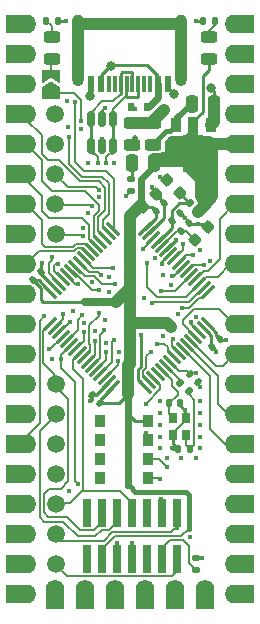
<source format=gtl>
G04 #@! TF.GenerationSoftware,KiCad,Pcbnew,6.0.1-79c1e3a40b~116~ubuntu20.04.1*
G04 #@! TF.CreationDate,2022-07-08T20:05:53+02:00*
G04 #@! TF.ProjectId,microcontroller_mini,6d696372-6f63-46f6-9e74-726f6c6c6572,rev?*
G04 #@! TF.SameCoordinates,Original*
G04 #@! TF.FileFunction,Copper,L1,Top*
G04 #@! TF.FilePolarity,Positive*
%FSLAX46Y46*%
G04 Gerber Fmt 4.6, Leading zero omitted, Abs format (unit mm)*
G04 Created by KiCad (PCBNEW 6.0.1-79c1e3a40b~116~ubuntu20.04.1) date 2022-07-08 20:05:53*
%MOMM*%
%LPD*%
G01*
G04 APERTURE LIST*
G04 Aperture macros list*
%AMRoundRect*
0 Rectangle with rounded corners*
0 $1 Rounding radius*
0 $2 $3 $4 $5 $6 $7 $8 $9 X,Y pos of 4 corners*
0 Add a 4 corners polygon primitive as box body*
4,1,4,$2,$3,$4,$5,$6,$7,$8,$9,$2,$3,0*
0 Add four circle primitives for the rounded corners*
1,1,$1+$1,$2,$3*
1,1,$1+$1,$4,$5*
1,1,$1+$1,$6,$7*
1,1,$1+$1,$8,$9*
0 Add four rect primitives between the rounded corners*
20,1,$1+$1,$2,$3,$4,$5,0*
20,1,$1+$1,$4,$5,$6,$7,0*
20,1,$1+$1,$6,$7,$8,$9,0*
20,1,$1+$1,$8,$9,$2,$3,0*%
%AMFreePoly0*
4,1,9,3.862500,-0.866500,0.737500,-0.866500,0.737500,-0.450000,-0.737500,-0.450000,-0.737500,0.450000,0.737500,0.450000,0.737500,0.866500,3.862500,0.866500,3.862500,-0.866500,3.862500,-0.866500,$1*%
%AMFreePoly1*
4,1,6,0.500000,-0.750000,-0.650000,-0.750000,-0.150000,0.000000,-0.650000,0.750000,0.500000,0.750000,0.500000,-0.750000,0.500000,-0.750000,$1*%
%AMFreePoly2*
4,1,6,1.000000,0.000000,0.500000,-0.750000,-0.500000,-0.750000,-0.500000,0.750000,0.500000,0.750000,1.000000,0.000000,1.000000,0.000000,$1*%
G04 Aperture macros list end*
G04 #@! TA.AperFunction,SMDPad,CuDef*
%ADD10R,0.600000X0.700000*%
G04 #@! TD*
G04 #@! TA.AperFunction,SMDPad,CuDef*
%ADD11RoundRect,0.135000X0.185000X-0.135000X0.185000X0.135000X-0.185000X0.135000X-0.185000X-0.135000X0*%
G04 #@! TD*
G04 #@! TA.AperFunction,SMDPad,CuDef*
%ADD12R,0.800000X0.900000*%
G04 #@! TD*
G04 #@! TA.AperFunction,SMDPad,CuDef*
%ADD13RoundRect,0.225000X0.335876X0.017678X0.017678X0.335876X-0.335876X-0.017678X-0.017678X-0.335876X0*%
G04 #@! TD*
G04 #@! TA.AperFunction,SMDPad,CuDef*
%ADD14RoundRect,0.135000X-0.226274X-0.035355X-0.035355X-0.226274X0.226274X0.035355X0.035355X0.226274X0*%
G04 #@! TD*
G04 #@! TA.AperFunction,ComponentPad*
%ADD15O,2.400000X1.600000*%
G04 #@! TD*
G04 #@! TA.AperFunction,ComponentPad*
%ADD16R,1.000000X1.600000*%
G04 #@! TD*
G04 #@! TA.AperFunction,ComponentPad*
%ADD17R,1.600000X1.000000*%
G04 #@! TD*
G04 #@! TA.AperFunction,ComponentPad*
%ADD18O,1.600000X2.400000*%
G04 #@! TD*
G04 #@! TA.AperFunction,SMDPad,CuDef*
%ADD19RoundRect,0.150000X0.150000X-0.512500X0.150000X0.512500X-0.150000X0.512500X-0.150000X-0.512500X0*%
G04 #@! TD*
G04 #@! TA.AperFunction,SMDPad,CuDef*
%ADD20R,0.900000X1.300000*%
G04 #@! TD*
G04 #@! TA.AperFunction,SMDPad,CuDef*
%ADD21FreePoly0,270.000000*%
G04 #@! TD*
G04 #@! TA.AperFunction,SMDPad,CuDef*
%ADD22RoundRect,0.135000X0.226274X0.035355X0.035355X0.226274X-0.226274X-0.035355X-0.035355X-0.226274X0*%
G04 #@! TD*
G04 #@! TA.AperFunction,SMDPad,CuDef*
%ADD23RoundRect,0.225000X0.017678X-0.335876X0.335876X-0.017678X-0.017678X0.335876X-0.335876X0.017678X0*%
G04 #@! TD*
G04 #@! TA.AperFunction,SMDPad,CuDef*
%ADD24RoundRect,0.140000X-0.219203X-0.021213X-0.021213X-0.219203X0.219203X0.021213X0.021213X0.219203X0*%
G04 #@! TD*
G04 #@! TA.AperFunction,SMDPad,CuDef*
%ADD25RoundRect,0.243750X0.456250X-0.243750X0.456250X0.243750X-0.456250X0.243750X-0.456250X-0.243750X0*%
G04 #@! TD*
G04 #@! TA.AperFunction,SMDPad,CuDef*
%ADD26RoundRect,0.135000X0.135000X0.185000X-0.135000X0.185000X-0.135000X-0.185000X0.135000X-0.185000X0*%
G04 #@! TD*
G04 #@! TA.AperFunction,SMDPad,CuDef*
%ADD27R,0.900000X1.000000*%
G04 #@! TD*
G04 #@! TA.AperFunction,ComponentPad*
%ADD28C,1.500000*%
G04 #@! TD*
G04 #@! TA.AperFunction,SMDPad,CuDef*
%ADD29RoundRect,0.250000X0.250000X0.475000X-0.250000X0.475000X-0.250000X-0.475000X0.250000X-0.475000X0*%
G04 #@! TD*
G04 #@! TA.AperFunction,SMDPad,CuDef*
%ADD30R,0.740000X2.400000*%
G04 #@! TD*
G04 #@! TA.AperFunction,SMDPad,CuDef*
%ADD31RoundRect,0.243750X-0.456250X0.243750X-0.456250X-0.243750X0.456250X-0.243750X0.456250X0.243750X0*%
G04 #@! TD*
G04 #@! TA.AperFunction,SMDPad,CuDef*
%ADD32RoundRect,0.140000X0.021213X-0.219203X0.219203X-0.021213X-0.021213X0.219203X-0.219203X0.021213X0*%
G04 #@! TD*
G04 #@! TA.AperFunction,SMDPad,CuDef*
%ADD33RoundRect,0.140000X-0.021213X0.219203X-0.219203X0.021213X0.021213X-0.219203X0.219203X-0.021213X0*%
G04 #@! TD*
G04 #@! TA.AperFunction,SMDPad,CuDef*
%ADD34RoundRect,0.135000X-0.135000X-0.185000X0.135000X-0.185000X0.135000X0.185000X-0.135000X0.185000X0*%
G04 #@! TD*
G04 #@! TA.AperFunction,SMDPad,CuDef*
%ADD35RoundRect,0.140000X0.140000X0.170000X-0.140000X0.170000X-0.140000X-0.170000X0.140000X-0.170000X0*%
G04 #@! TD*
G04 #@! TA.AperFunction,SMDPad,CuDef*
%ADD36RoundRect,0.140000X0.219203X0.021213X0.021213X0.219203X-0.219203X-0.021213X-0.021213X-0.219203X0*%
G04 #@! TD*
G04 #@! TA.AperFunction,SMDPad,CuDef*
%ADD37RoundRect,0.140000X-0.140000X-0.170000X0.140000X-0.170000X0.140000X0.170000X-0.140000X0.170000X0*%
G04 #@! TD*
G04 #@! TA.AperFunction,SMDPad,CuDef*
%ADD38RoundRect,0.250000X-0.250000X-0.475000X0.250000X-0.475000X0.250000X0.475000X-0.250000X0.475000X0*%
G04 #@! TD*
G04 #@! TA.AperFunction,SMDPad,CuDef*
%ADD39RoundRect,0.135000X-0.185000X0.135000X-0.185000X-0.135000X0.185000X-0.135000X0.185000X0.135000X0*%
G04 #@! TD*
G04 #@! TA.AperFunction,SMDPad,CuDef*
%ADD40RoundRect,0.075000X0.548008X0.441942X0.441942X0.548008X-0.548008X-0.441942X-0.441942X-0.548008X0*%
G04 #@! TD*
G04 #@! TA.AperFunction,SMDPad,CuDef*
%ADD41RoundRect,0.075000X0.548008X-0.441942X-0.441942X0.548008X-0.548008X0.441942X0.441942X-0.548008X0*%
G04 #@! TD*
G04 #@! TA.AperFunction,SMDPad,CuDef*
%ADD42FreePoly1,90.000000*%
G04 #@! TD*
G04 #@! TA.AperFunction,SMDPad,CuDef*
%ADD43FreePoly2,90.000000*%
G04 #@! TD*
G04 #@! TA.AperFunction,ComponentPad*
%ADD44O,1.000000X1.600000*%
G04 #@! TD*
G04 #@! TA.AperFunction,ComponentPad*
%ADD45O,1.000000X2.100000*%
G04 #@! TD*
G04 #@! TA.AperFunction,SMDPad,CuDef*
%ADD46R,0.600000X1.450000*%
G04 #@! TD*
G04 #@! TA.AperFunction,SMDPad,CuDef*
%ADD47R,0.300000X1.450000*%
G04 #@! TD*
G04 #@! TA.AperFunction,ViaPad*
%ADD48C,0.450000*%
G04 #@! TD*
G04 #@! TA.AperFunction,ViaPad*
%ADD49C,0.800000*%
G04 #@! TD*
G04 #@! TA.AperFunction,Conductor*
%ADD50C,1.000000*%
G04 #@! TD*
G04 #@! TA.AperFunction,Conductor*
%ADD51C,0.400000*%
G04 #@! TD*
G04 #@! TA.AperFunction,Conductor*
%ADD52C,0.250000*%
G04 #@! TD*
G04 #@! TA.AperFunction,Conductor*
%ADD53C,0.150000*%
G04 #@! TD*
G04 #@! TA.AperFunction,Conductor*
%ADD54C,0.600000*%
G04 #@! TD*
G04 #@! TA.AperFunction,Conductor*
%ADD55C,0.700000*%
G04 #@! TD*
G04 #@! TA.AperFunction,Conductor*
%ADD56C,0.200000*%
G04 #@! TD*
G04 #@! TA.AperFunction,Conductor*
%ADD57C,0.500000*%
G04 #@! TD*
G04 APERTURE END LIST*
D10*
X97100000Y-57800000D03*
X95700000Y-57800000D03*
D11*
X95700000Y-63880000D03*
X95700000Y-64900000D03*
D12*
X100380000Y-84140000D03*
X100380000Y-85540000D03*
X99280000Y-85540000D03*
X99280000Y-84140000D03*
D13*
X98751992Y-63951992D03*
X99848008Y-65048008D03*
D14*
X101421602Y-66670624D03*
X100700354Y-65949376D03*
D15*
X104860978Y-50810000D03*
D16*
X105660978Y-50810000D03*
D15*
X104860978Y-53350000D03*
D16*
X105660978Y-53350000D03*
X105660978Y-55890000D03*
D15*
X104860978Y-55890000D03*
D16*
X105660978Y-58430000D03*
D15*
X104860978Y-58430000D03*
D16*
X105660978Y-60970000D03*
D15*
X104860978Y-60970000D03*
X104860978Y-63510000D03*
D16*
X105660978Y-63510000D03*
X105660978Y-66050000D03*
D15*
X104860978Y-66050000D03*
X104860978Y-68590000D03*
D16*
X105660978Y-68590000D03*
X105660978Y-71130000D03*
D15*
X104860978Y-71130000D03*
X104860978Y-73670000D03*
D16*
X105660978Y-73670000D03*
D15*
X104860978Y-76210000D03*
D16*
X105660978Y-76210000D03*
D15*
X104860978Y-78750000D03*
D16*
X105660978Y-78750000D03*
D15*
X104860978Y-81290000D03*
D16*
X105660978Y-81290000D03*
X105660978Y-83830000D03*
D15*
X104860978Y-83830000D03*
D16*
X105660978Y-86370000D03*
D15*
X104860978Y-86370000D03*
X104860978Y-88910000D03*
D16*
X105660978Y-88910000D03*
X105660978Y-91450000D03*
D15*
X104860978Y-91450000D03*
X104860978Y-93990000D03*
D16*
X105660978Y-93990000D03*
D15*
X104860978Y-96530000D03*
D16*
X105660978Y-96530000D03*
X105660978Y-99070000D03*
D15*
X104860978Y-99070000D03*
D17*
X102010978Y-99810000D03*
D18*
X102010978Y-99010000D03*
X99470978Y-99010000D03*
D17*
X99470978Y-99810000D03*
X96930978Y-99810000D03*
D18*
X96930978Y-99010000D03*
D17*
X94390978Y-99810000D03*
D18*
X94390978Y-99010000D03*
D17*
X91850978Y-99810000D03*
D18*
X91850978Y-99010000D03*
D17*
X89310978Y-99810000D03*
D18*
X89310978Y-99010000D03*
D15*
X86460978Y-99070000D03*
D16*
X85660978Y-99070000D03*
D15*
X86460978Y-96530000D03*
D16*
X85660978Y-96530000D03*
X85660978Y-93990000D03*
D15*
X86460978Y-93990000D03*
X86460978Y-91450000D03*
D16*
X85660978Y-91450000D03*
D15*
X86460978Y-88910000D03*
D16*
X85660978Y-88910000D03*
D15*
X86460978Y-86370000D03*
D16*
X85660978Y-86370000D03*
D15*
X86460978Y-83830000D03*
D16*
X85660978Y-83830000D03*
D15*
X86460978Y-81290000D03*
D16*
X85660978Y-81290000D03*
X85660978Y-78750000D03*
D15*
X86460978Y-78750000D03*
X86460978Y-76210000D03*
D16*
X85660978Y-76210000D03*
X85660978Y-73670000D03*
D15*
X86460978Y-73670000D03*
D16*
X85660978Y-71130000D03*
D15*
X86460978Y-71130000D03*
D16*
X85660978Y-68590000D03*
D15*
X86460978Y-68590000D03*
D16*
X85660978Y-66050000D03*
D15*
X86460978Y-66050000D03*
D16*
X85660978Y-63510000D03*
D15*
X86460978Y-63510000D03*
D16*
X85660978Y-60970000D03*
D15*
X86460978Y-60970000D03*
D16*
X85660978Y-58430000D03*
D15*
X86460978Y-58430000D03*
X86460978Y-55890000D03*
D16*
X85660978Y-55890000D03*
D15*
X86460978Y-53350000D03*
D16*
X85660978Y-53350000D03*
X85660978Y-50810000D03*
D15*
X86460978Y-50810000D03*
D19*
X92300000Y-58800000D03*
X93250000Y-58800000D03*
X94200000Y-58800000D03*
X94200000Y-61075000D03*
X93250000Y-61075000D03*
X92300000Y-61075000D03*
D20*
X99500000Y-59300000D03*
D21*
X101000000Y-59387500D03*
D20*
X102500000Y-59300000D03*
D22*
X99900354Y-81149376D03*
X100621602Y-81870624D03*
D23*
X102208986Y-67961992D03*
X101112970Y-69058008D03*
D24*
X101400389Y-81049411D03*
X100721567Y-80370589D03*
D25*
X97600000Y-59125000D03*
X97600000Y-61000000D03*
D26*
X101790000Y-50510000D03*
X102810000Y-50510000D03*
D23*
X97848008Y-65151992D03*
X96751992Y-66248008D03*
D27*
X93100000Y-86000000D03*
X93100000Y-84400000D03*
X97200000Y-84400000D03*
X97200000Y-86000000D03*
D28*
X89400000Y-96530000D03*
X89400000Y-93990000D03*
X89400000Y-91450000D03*
X89400000Y-88910000D03*
X89400000Y-86370000D03*
X89400000Y-83830000D03*
X89400000Y-81290000D03*
D29*
X95800000Y-62562500D03*
X97700000Y-62562500D03*
D30*
X99610000Y-92150000D03*
X99610000Y-96050000D03*
X98340000Y-92150000D03*
X98340000Y-96050000D03*
X97070000Y-92150000D03*
X97070000Y-96050000D03*
X95800000Y-92150000D03*
X95800000Y-96050000D03*
X94530000Y-92150000D03*
X94530000Y-96050000D03*
X93260000Y-92150000D03*
X93260000Y-96050000D03*
X91990000Y-92150000D03*
X91990000Y-96050000D03*
D31*
X95800000Y-61000000D03*
X95800000Y-59125000D03*
D32*
X98539411Y-65960589D03*
X97860589Y-66639411D03*
D33*
X102560589Y-78139411D03*
X103239411Y-77460589D03*
D34*
X89560978Y-50510000D03*
X88540978Y-50510000D03*
D35*
X99730000Y-86740000D03*
X100690000Y-86740000D03*
D32*
X99860978Y-66810000D03*
X99182156Y-67488822D03*
D31*
X89000000Y-53747500D03*
X89000000Y-51872500D03*
D36*
X92421567Y-82170589D03*
X93100389Y-82849411D03*
D31*
X102300000Y-53737500D03*
X102300000Y-51862500D03*
D27*
X93100000Y-87600000D03*
X93100000Y-89200000D03*
X97200000Y-89200000D03*
X97200000Y-87600000D03*
D37*
X99910978Y-82890000D03*
X98950978Y-82890000D03*
D32*
X100660978Y-67610000D03*
X99982156Y-68288822D03*
D38*
X102750000Y-57500000D03*
X100850000Y-57500000D03*
D39*
X101260978Y-97020000D03*
X101260978Y-96000000D03*
D40*
X94199797Y-81474481D03*
X93846244Y-81120928D03*
X93492691Y-80767375D03*
X93139137Y-80413821D03*
X92785584Y-80060268D03*
X92432030Y-79706714D03*
X92078477Y-79353161D03*
X91724924Y-78999608D03*
X91371370Y-78646054D03*
X91017817Y-78292501D03*
X90664264Y-77938948D03*
X90310710Y-77585394D03*
X89957157Y-77231841D03*
X89603603Y-76878287D03*
X89250050Y-76524734D03*
X88896497Y-76171181D03*
D41*
X88896497Y-73448819D03*
X89250050Y-73095266D03*
X89603603Y-72741713D03*
X89957157Y-72388159D03*
X90310710Y-72034606D03*
X90664264Y-71681052D03*
X91017817Y-71327499D03*
X91371370Y-70973946D03*
X91724924Y-70620392D03*
X92078477Y-70266839D03*
X92432030Y-69913286D03*
X92785584Y-69559732D03*
X93139137Y-69206179D03*
X93492691Y-68852625D03*
X93846244Y-68499072D03*
X94199797Y-68145519D03*
D40*
X96922159Y-68145519D03*
X97275712Y-68499072D03*
X97629265Y-68852625D03*
X97982819Y-69206179D03*
X98336372Y-69559732D03*
X98689926Y-69913286D03*
X99043479Y-70266839D03*
X99397032Y-70620392D03*
X99750586Y-70973946D03*
X100104139Y-71327499D03*
X100457692Y-71681052D03*
X100811246Y-72034606D03*
X101164799Y-72388159D03*
X101518353Y-72741713D03*
X101871906Y-73095266D03*
X102225459Y-73448819D03*
D41*
X102225459Y-76171181D03*
X101871906Y-76524734D03*
X101518353Y-76878287D03*
X101164799Y-77231841D03*
X100811246Y-77585394D03*
X100457692Y-77938948D03*
X100104139Y-78292501D03*
X99750586Y-78646054D03*
X99397032Y-78999608D03*
X99043479Y-79353161D03*
X98689926Y-79706714D03*
X98336372Y-80060268D03*
X97982819Y-80413821D03*
X97629265Y-80767375D03*
X97275712Y-81120928D03*
X96922159Y-81474481D03*
D42*
X88966978Y-55165000D03*
D43*
X88966978Y-56615000D03*
D32*
X88100389Y-71770589D03*
X87421567Y-72449411D03*
D28*
X89300000Y-58430000D03*
X89300000Y-60970000D03*
X89300000Y-63510000D03*
X89300000Y-66050000D03*
X89400000Y-68590000D03*
D44*
X91280000Y-50790000D03*
D45*
X99920000Y-54970000D03*
D44*
X99920000Y-50790000D03*
D45*
X91280000Y-54970000D03*
D46*
X98850000Y-55885000D03*
X98050000Y-55885000D03*
D47*
X97350000Y-55885000D03*
X96350000Y-55885000D03*
X94850000Y-55885000D03*
X93850000Y-55885000D03*
D46*
X93150000Y-55885000D03*
X92350000Y-55885000D03*
X92350000Y-55885000D03*
X93150000Y-55885000D03*
D47*
X94350000Y-55885000D03*
X95350000Y-55885000D03*
X95850000Y-55885000D03*
X96850000Y-55885000D03*
D46*
X98050000Y-55885000D03*
X98850000Y-55885000D03*
D48*
X103800000Y-77500000D03*
X99129483Y-76454659D03*
X91800000Y-74300000D03*
X101600000Y-84700000D03*
X101600000Y-83700000D03*
D49*
X92293364Y-56882038D03*
D48*
X101600000Y-85700000D03*
X102402379Y-70797623D03*
X98200000Y-86700000D03*
X91700000Y-68000000D03*
X90300000Y-57300000D03*
X101760100Y-96010878D03*
X98200000Y-82700000D03*
X92100000Y-66800000D03*
X100330978Y-83430000D03*
X101400000Y-67700000D03*
X98400000Y-71999500D03*
X97800000Y-70600000D03*
X100000000Y-87500000D03*
X91500000Y-59700000D03*
D49*
X99400000Y-56700000D03*
D48*
X101210978Y-75548521D03*
X94300000Y-62500000D03*
X101600000Y-86700000D03*
X98200000Y-85700000D03*
X102900000Y-78500000D03*
X101586444Y-69900000D03*
X99100000Y-72900000D03*
X94500000Y-94700000D03*
X100260978Y-67210000D03*
X98800000Y-88300000D03*
X97500000Y-64600000D03*
X93900000Y-72200000D03*
X95300500Y-65300000D03*
X99529308Y-69089896D03*
X93500000Y-75800000D03*
X88200000Y-71000000D03*
X100700000Y-94200000D03*
X95800000Y-94700000D03*
X98200000Y-84700000D03*
X94700000Y-78500000D03*
X99691071Y-75360500D03*
X98200000Y-63700000D03*
X96822758Y-73929158D03*
X90403200Y-59496800D03*
X90260978Y-50510000D03*
X101200000Y-87500000D03*
X90800000Y-75100000D03*
D49*
X102524500Y-56200000D03*
D48*
X101600000Y-81500000D03*
X98200000Y-65500000D03*
X91705916Y-76042220D03*
X93250000Y-60500000D03*
X92287344Y-82703530D03*
X93053200Y-65446800D03*
X99230000Y-86700000D03*
X98460978Y-77210000D03*
X90500000Y-90300000D03*
X92700000Y-76800000D03*
X98200000Y-83700000D03*
X92100000Y-62500000D03*
X92415610Y-72615608D03*
X89000000Y-79100000D03*
X93600000Y-77800000D03*
X93900000Y-73500000D03*
X101200000Y-50500000D03*
X101600000Y-82700000D03*
X98800000Y-87500000D03*
X101200000Y-80300000D03*
X98300000Y-91024989D03*
X98150000Y-89250000D03*
D49*
X98500000Y-58100000D03*
D48*
X90949503Y-57400000D03*
X94400000Y-72800000D03*
X93048624Y-73324685D03*
X93000000Y-75200000D03*
X88800000Y-78300000D03*
X96544833Y-77100000D03*
X90500000Y-60300000D03*
X92650999Y-77618223D03*
X93406504Y-76659246D03*
X93649500Y-78571152D03*
X100100000Y-69400000D03*
X101000000Y-70300000D03*
X94311676Y-77518416D03*
X94200000Y-71400000D03*
X93184053Y-71979523D03*
X94600000Y-79300000D03*
X88400000Y-75500000D03*
X91271336Y-72750989D03*
X91615788Y-75399001D03*
X89800000Y-79100000D03*
X91200000Y-89700000D03*
X97400000Y-78500000D03*
X101890031Y-71202226D03*
X89565549Y-71052851D03*
X93600000Y-62512000D03*
X92900000Y-62512000D03*
X89047149Y-70534451D03*
X97958781Y-77850500D03*
X99300000Y-77400000D03*
X91500000Y-59000000D03*
X97100000Y-71000000D03*
X93500000Y-57900000D03*
D49*
X94000000Y-54300000D03*
D48*
X96100000Y-58000000D03*
X96100000Y-60400000D03*
X96749500Y-69800000D03*
X98371185Y-71129093D03*
X99200000Y-72079079D03*
X92995771Y-64799842D03*
X98300000Y-73400000D03*
X92399999Y-66199998D03*
X97500000Y-74400000D03*
X91700000Y-68700000D03*
X90000000Y-75300000D03*
X91725351Y-76806443D03*
X90600000Y-76000000D03*
X99600000Y-93400000D03*
X100770702Y-76026026D03*
X99660543Y-95100000D03*
X100044960Y-74815875D03*
X97000000Y-82900000D03*
X97000000Y-85400000D03*
D50*
X95460978Y-73310000D02*
X94470978Y-74300000D01*
D51*
X95400000Y-89900000D02*
X95600000Y-89900000D01*
D52*
X96100000Y-84400000D02*
X95500000Y-83800000D01*
D50*
X95624501Y-77487111D02*
X95624501Y-79556839D01*
D52*
X97469186Y-66248008D02*
X97900000Y-66678822D01*
X101421602Y-66670624D02*
X101700354Y-66670624D01*
D53*
X93260000Y-96260000D02*
X93260000Y-95207589D01*
D50*
X95620332Y-67050646D02*
X95620332Y-77482942D01*
D52*
X93100389Y-82599611D02*
X94199797Y-81500203D01*
X87897089Y-72449411D02*
X88896497Y-73448819D01*
D50*
X96285489Y-66385489D02*
X96448591Y-66222387D01*
X102060978Y-66031248D02*
X101421602Y-66670624D01*
D52*
X103278822Y-77500000D02*
X103800000Y-77500000D01*
X93100389Y-82849411D02*
X94750589Y-82849411D01*
D51*
X100379511Y-90400489D02*
X100600000Y-90620978D01*
D50*
X99299022Y-61950000D02*
X100900000Y-60349022D01*
D52*
X102949520Y-77170698D02*
X102949520Y-76895242D01*
D51*
X96100489Y-90400489D02*
X100379511Y-90400489D01*
D52*
X101700354Y-66670624D02*
X102060978Y-66310000D01*
D50*
X95624501Y-79556839D02*
X95500000Y-79681340D01*
D52*
X102949520Y-76895242D02*
X102225459Y-76171181D01*
D50*
X102060978Y-64310000D02*
X102060978Y-66031248D01*
D52*
X101000000Y-59387500D02*
X101000000Y-59000000D01*
X102300000Y-54700000D02*
X102300000Y-53737500D01*
X101880978Y-53927500D02*
X102070978Y-53737500D01*
X101800000Y-58200000D02*
X101800000Y-55200000D01*
X96751992Y-66248008D02*
X97469186Y-66248008D01*
X97860589Y-67207089D02*
X96922159Y-68145519D01*
D51*
X95600000Y-89900000D02*
X96100489Y-90400489D01*
D54*
X97700000Y-62400000D02*
X97700000Y-62800000D01*
D52*
X101000000Y-59000000D02*
X101800000Y-58200000D01*
X101800000Y-55200000D02*
X102300000Y-54700000D01*
D50*
X98784824Y-76110000D02*
X99129483Y-76454659D01*
D52*
X102070978Y-53737500D02*
X102300000Y-53737500D01*
X97200000Y-84400000D02*
X96100000Y-84400000D01*
D54*
X95500000Y-83800000D02*
X95500000Y-82100000D01*
X96612970Y-63887030D02*
X96612970Y-66058008D01*
D53*
X94345607Y-94121982D02*
X99978018Y-94121982D01*
D50*
X96285489Y-66385489D02*
X95620332Y-67050646D01*
D51*
X100600000Y-90620978D02*
X100600000Y-93500000D01*
D52*
X103239411Y-77460589D02*
X102949520Y-77170698D01*
D50*
X100600000Y-62849022D02*
X102060978Y-64310000D01*
D55*
X94470978Y-74300000D02*
X91800000Y-74300000D01*
D50*
X96612970Y-66058008D02*
X96285489Y-66385489D01*
X104460978Y-60970000D02*
X101310978Y-60970000D01*
D52*
X88300000Y-74300000D02*
X91800000Y-74300000D01*
D50*
X95620332Y-77482942D02*
X95624501Y-77487111D01*
X95500000Y-79681340D02*
X95500000Y-82100000D01*
D52*
X103239411Y-77460589D02*
X103278822Y-77500000D01*
D54*
X95500000Y-89800000D02*
X95500000Y-83800000D01*
D53*
X93260000Y-95207589D02*
X94345607Y-94121982D01*
D52*
X97860589Y-66639411D02*
X97860589Y-67207089D01*
X94750589Y-82849411D02*
X95500000Y-82100000D01*
X94199797Y-81500203D02*
X94199797Y-81474481D01*
X88100000Y-74100000D02*
X88300000Y-74300000D01*
X87421567Y-72449411D02*
X87897089Y-72449411D01*
D50*
X95860978Y-76110000D02*
X98784824Y-76110000D01*
D53*
X99978018Y-94121982D02*
X100600000Y-93500000D01*
D52*
X93100389Y-82849411D02*
X93100389Y-82599611D01*
D54*
X97700000Y-62800000D02*
X96612970Y-63887030D01*
D52*
X88100000Y-73127844D02*
X88100000Y-74100000D01*
X87421567Y-72449411D02*
X88100000Y-73127844D01*
D50*
X102750000Y-57500000D02*
X102750000Y-59050000D01*
D52*
X99860978Y-66810000D02*
X100260978Y-67210000D01*
X99250000Y-86740000D02*
X99230000Y-86720000D01*
X101210000Y-50510000D02*
X101200000Y-50500000D01*
X100280978Y-83440000D02*
X99910978Y-83070000D01*
X101790000Y-50510000D02*
X101210000Y-50510000D01*
X102750000Y-57500000D02*
X102750000Y-56425500D01*
X97848008Y-65151992D02*
X97563522Y-64867506D01*
X100760978Y-67710000D02*
X100660978Y-67610000D01*
X97424500Y-64675500D02*
X97500000Y-64600000D01*
X100280978Y-84040978D02*
X100380000Y-84140000D01*
X95800000Y-96260000D02*
X95800000Y-94700000D01*
X97424500Y-64677506D02*
X97424500Y-64675500D01*
X88100389Y-71945605D02*
X89250050Y-73095266D01*
D53*
X99280000Y-85540000D02*
X99280000Y-85400000D01*
X98100000Y-87600000D02*
X98800000Y-88300000D01*
D52*
X102560589Y-78139411D02*
X102900000Y-78478822D01*
X98439411Y-65860589D02*
X98200000Y-65621178D01*
D53*
X97200000Y-87600000D02*
X98100000Y-87600000D01*
D52*
X102750000Y-56425500D02*
X102524500Y-56200000D01*
X93250000Y-61075000D02*
X93250000Y-60500000D01*
D53*
X99280000Y-85760000D02*
X99400000Y-85880000D01*
D52*
X99730000Y-86740000D02*
X99250000Y-86740000D01*
X98544311Y-67230473D02*
X97275712Y-68499072D01*
X94530000Y-96260000D02*
X94530000Y-94730000D01*
X101956994Y-67710000D02*
X100760978Y-67710000D01*
X98200000Y-65621178D02*
X98200000Y-65500000D01*
X102208986Y-67961992D02*
X101956994Y-67710000D01*
D53*
X95700000Y-64900500D02*
X95300500Y-65300000D01*
D52*
X98860978Y-63810000D02*
X98310000Y-63810000D01*
X98850000Y-55885000D02*
X98850000Y-56150000D01*
X101749222Y-96000000D02*
X101760100Y-96010878D01*
X94530000Y-94730000D02*
X94500000Y-94700000D01*
X99910978Y-83070000D02*
X99910978Y-82890000D01*
D53*
X99280000Y-85540000D02*
X99280000Y-85760000D01*
D52*
X98850000Y-56150000D02*
X99400000Y-56700000D01*
D53*
X100380000Y-84300000D02*
X100380000Y-84140000D01*
D52*
X98539411Y-65960589D02*
X98544311Y-65965489D01*
X99513316Y-69089896D02*
X99529308Y-69089896D01*
X92796583Y-82170589D02*
X93846244Y-81120928D01*
X99280000Y-86290000D02*
X99730000Y-86740000D01*
X90260978Y-50510000D02*
X89560978Y-50510000D01*
D53*
X99280000Y-85400000D02*
X100380000Y-84300000D01*
D52*
X102500000Y-77152828D02*
X102500000Y-78078822D01*
X100280978Y-83440000D02*
X100280978Y-84040978D01*
X102900000Y-78478822D02*
X102900000Y-78500000D01*
D50*
X102750000Y-59050000D02*
X102500000Y-59300000D01*
D52*
X92421567Y-82170589D02*
X92796583Y-82170589D01*
X101871906Y-76524734D02*
X102500000Y-77152828D01*
D53*
X95700000Y-64900000D02*
X95700000Y-64900500D01*
D52*
X92421567Y-82569307D02*
X92287344Y-82703530D01*
X98310000Y-63810000D02*
X98200000Y-63700000D01*
X99280000Y-85540000D02*
X99280000Y-86290000D01*
X101400389Y-81049411D02*
X101400389Y-81300389D01*
X88100389Y-71770589D02*
X88100389Y-71099611D01*
X92350000Y-55885000D02*
X92350000Y-56825402D01*
X92350000Y-56825402D02*
X92293364Y-56882038D01*
X92421567Y-82170589D02*
X92421567Y-82569307D01*
X102500000Y-78078822D02*
X102560589Y-78139411D01*
X101400389Y-81300389D02*
X101600000Y-81500000D01*
X88100389Y-71099611D02*
X88200000Y-71000000D01*
X98689926Y-69913286D02*
X99513316Y-69089896D01*
X98544311Y-65965489D02*
X98544311Y-67230473D01*
X88100389Y-71770589D02*
X88100389Y-71945605D01*
X101260978Y-96000000D02*
X101749222Y-96000000D01*
D53*
X99670489Y-81870489D02*
X99670489Y-82170489D01*
X99650000Y-81850000D02*
X99214560Y-81414560D01*
X99214560Y-81414560D02*
X99214560Y-80938456D01*
X99650000Y-81850000D02*
X99670489Y-81870489D01*
X98950978Y-82890000D02*
X98950978Y-83810978D01*
X98950978Y-82890000D02*
X99670489Y-82170489D01*
X98950978Y-83810978D02*
X99280000Y-84140000D01*
X99214560Y-80938456D02*
X98336372Y-80060268D01*
X97200000Y-89200000D02*
X98100000Y-89200000D01*
X100460978Y-80110000D02*
X99800318Y-80110000D01*
X99800318Y-80110000D02*
X99043479Y-79353161D01*
X98300000Y-92320000D02*
X98300000Y-91024989D01*
X98100000Y-89200000D02*
X98150000Y-89250000D01*
X100721567Y-80370589D02*
X100460978Y-80110000D01*
X98340000Y-92360000D02*
X98300000Y-92320000D01*
X100721567Y-80370589D02*
X100792156Y-80300000D01*
X100792156Y-80300000D02*
X101200000Y-80300000D01*
D52*
X99956994Y-64906016D02*
X99956994Y-65206016D01*
X99821602Y-65949376D02*
X99177256Y-66593722D01*
X99956994Y-65206016D02*
X100700354Y-65949376D01*
X99182156Y-67488822D02*
X99182156Y-68006842D01*
X99182156Y-68006842D02*
X97982819Y-69206179D01*
X99177256Y-66593722D02*
X99177256Y-67483922D01*
X100700354Y-65949376D02*
X99821602Y-65949376D01*
X99177256Y-67483922D02*
X99182156Y-67488822D01*
D50*
X98500000Y-58062500D02*
X97437500Y-59125000D01*
X97437500Y-59125000D02*
X95962500Y-59125000D01*
D53*
X99982156Y-68288822D02*
X99607282Y-68288822D01*
X100343784Y-68288822D02*
X101112970Y-69058008D01*
X99982156Y-68288822D02*
X100343784Y-68288822D01*
X99607282Y-68288822D02*
X98336372Y-69559732D01*
X90949503Y-62449503D02*
X90949503Y-57400000D01*
X94300000Y-68045316D02*
X94300000Y-63900000D01*
X91750000Y-63250000D02*
X90949503Y-62449503D01*
X93650000Y-63250000D02*
X91750000Y-63250000D01*
X94300000Y-63900000D02*
X93650000Y-63250000D01*
X94199797Y-68145519D02*
X94300000Y-68045316D01*
X91790817Y-72100499D02*
X92606901Y-72100499D01*
X92606901Y-72100499D02*
X93306402Y-72800000D01*
X93306402Y-72800000D02*
X94400000Y-72800000D01*
X91017817Y-71327499D02*
X91790817Y-72100499D01*
X91916109Y-72760072D02*
X91916109Y-72822509D01*
X90664264Y-71681052D02*
X90837089Y-71681052D01*
X90837089Y-71681052D02*
X91916109Y-72760072D01*
X91916109Y-72822509D02*
X92418285Y-73324685D01*
X92418285Y-73324685D02*
X93048624Y-73324685D01*
X92200499Y-77873983D02*
X92200499Y-76254039D01*
X93000000Y-75454538D02*
X93000000Y-75200000D01*
X91724924Y-78999608D02*
X92218898Y-78505634D01*
X92200499Y-76254039D02*
X93000000Y-75454538D01*
X92218898Y-77892382D02*
X92200499Y-77873983D01*
X92218898Y-78505634D02*
X92218898Y-77892382D01*
X89957157Y-77231841D02*
X88888998Y-78300000D01*
X88888998Y-78300000D02*
X88800000Y-78300000D01*
X98689926Y-79706714D02*
X99900354Y-80917142D01*
X99900354Y-80917142D02*
X99900354Y-81149376D01*
D52*
X96922159Y-81471181D02*
X96460978Y-81010000D01*
X96328185Y-80019203D02*
X96544833Y-79802555D01*
X96544833Y-79802555D02*
X96544833Y-77100000D01*
X96922159Y-81474481D02*
X96922159Y-81471181D01*
X96328185Y-80880507D02*
X96328185Y-80019203D01*
X96922159Y-81474481D02*
X96328185Y-80880507D01*
D53*
X93300000Y-63700000D02*
X93852212Y-64252212D01*
X93352269Y-67347731D02*
X93352269Y-68005097D01*
X93852212Y-66847788D02*
X93352269Y-67347731D01*
X91600000Y-63700000D02*
X93300000Y-63700000D01*
X90500000Y-60300000D02*
X90500000Y-62600000D01*
X90500000Y-62600000D02*
X91600000Y-63700000D01*
X93352269Y-68005097D02*
X93846244Y-68499072D01*
X93852212Y-64252212D02*
X93852212Y-66847788D01*
X92900000Y-67150000D02*
X92900000Y-68259934D01*
X88700000Y-62300000D02*
X89600000Y-62300000D01*
X93552701Y-64652701D02*
X93552701Y-66497299D01*
X89600000Y-62300000D02*
X91400000Y-64100000D01*
X86860978Y-58430000D02*
X86860978Y-58867380D01*
X92900000Y-68259934D02*
X93492691Y-68852625D01*
X93000000Y-64100000D02*
X93552701Y-64652701D01*
X88200499Y-61800499D02*
X88700000Y-62300000D01*
X86860978Y-58867380D02*
X88200499Y-60206901D01*
X93552701Y-66497299D02*
X92900000Y-67150000D01*
X91400000Y-64100000D02*
X93000000Y-64100000D01*
X88200499Y-60206901D02*
X88200499Y-61800499D01*
X92600480Y-68667522D02*
X93139137Y-69206179D01*
X93000000Y-66100000D02*
X93000000Y-66626415D01*
X88200000Y-64100000D02*
X89000000Y-64900000D01*
X89000000Y-64900000D02*
X91800000Y-64900000D01*
X86860978Y-60970000D02*
X88200000Y-62309022D01*
X88200000Y-62309022D02*
X88200000Y-64100000D01*
X92600480Y-67025935D02*
X92600480Y-68667522D01*
X91800000Y-64900000D02*
X93000000Y-66100000D01*
X93000000Y-66626415D02*
X92600480Y-67025935D01*
X86860978Y-63960978D02*
X88200000Y-65300000D01*
X91606402Y-67200000D02*
X92199501Y-67793099D01*
X88200000Y-66600000D02*
X88800000Y-67200000D01*
X88800000Y-67200000D02*
X91606402Y-67200000D01*
X86860978Y-63510000D02*
X86860978Y-63960978D01*
X92199501Y-68973649D02*
X92785584Y-69559732D01*
X92199501Y-67793099D02*
X92199501Y-68973649D01*
X88200000Y-65300000D02*
X88200000Y-66600000D01*
X92078477Y-79353161D02*
X92650999Y-78780639D01*
X92650999Y-78780639D02*
X92650999Y-77618223D01*
X93100499Y-79038245D02*
X93100499Y-77105903D01*
X93100499Y-77105903D02*
X93406504Y-76799898D01*
X92432030Y-79706714D02*
X93100499Y-79038245D01*
X93406504Y-76799898D02*
X93406504Y-76659246D01*
X93649500Y-79196352D02*
X93649500Y-78571152D01*
X92785584Y-80060268D02*
X93649500Y-79196352D01*
X100100000Y-69917424D02*
X100100000Y-69400000D01*
X99397032Y-70620392D02*
X100100000Y-69917424D01*
X99750586Y-70973946D02*
X100424532Y-70300000D01*
X100424532Y-70300000D02*
X101000000Y-70300000D01*
X93139137Y-80413821D02*
X94129215Y-79423743D01*
X94129215Y-77700877D02*
X94311676Y-77518416D01*
X94129215Y-79423743D02*
X94129215Y-77700877D01*
X88200000Y-69400000D02*
X88200000Y-67389022D01*
X92432030Y-69913286D02*
X91938055Y-69419311D01*
X90828455Y-69679739D02*
X88479739Y-69679739D01*
X91938055Y-69419311D02*
X91088883Y-69419311D01*
X88479739Y-69679739D02*
X88200000Y-69400000D01*
X91088883Y-69419311D02*
X90828455Y-69679739D01*
X88200000Y-67389022D02*
X86860978Y-66050000D01*
X91158916Y-69772864D02*
X90902530Y-70029250D01*
X90902530Y-70029250D02*
X87961728Y-70029250D01*
X91584502Y-69772864D02*
X91158916Y-69772864D01*
X92078477Y-70266839D02*
X91584502Y-69772864D01*
X87961728Y-70029250D02*
X86860978Y-71130000D01*
X91724924Y-70620392D02*
X92504532Y-71400000D01*
X92504532Y-71400000D02*
X94200000Y-71400000D01*
X92148412Y-71750988D02*
X92955518Y-71750988D01*
X91371370Y-70973946D02*
X92148412Y-71750988D01*
X92955518Y-71750988D02*
X93184053Y-71979523D01*
X94600000Y-79660066D02*
X94600000Y-79300000D01*
X93492691Y-80767375D02*
X94600000Y-79660066D01*
X86860978Y-85697236D02*
X86860978Y-86370000D01*
X88000000Y-84558214D02*
X86860978Y-85697236D01*
X88000000Y-75900000D02*
X88000000Y-84558214D01*
X88400000Y-75500000D02*
X88000000Y-75900000D01*
X91027093Y-72750989D02*
X91271336Y-72750989D01*
X90310710Y-72034606D02*
X91027093Y-72750989D01*
X91200499Y-76695605D02*
X91200499Y-75814290D01*
X90310710Y-77585394D02*
X91200499Y-76695605D01*
X91200499Y-75814290D02*
X91615788Y-75399001D01*
X91000000Y-89500000D02*
X91000000Y-81100000D01*
X89800000Y-78803212D02*
X89800000Y-79100000D01*
X89800000Y-79900000D02*
X89800000Y-79100000D01*
X90664264Y-77938948D02*
X89800000Y-78803212D01*
X91000000Y-81100000D02*
X89800000Y-79900000D01*
X91200000Y-89700000D02*
X91000000Y-89500000D01*
X97275712Y-81120928D02*
X96731738Y-80576954D01*
X96731738Y-80180656D02*
X97000000Y-79912394D01*
X96731738Y-80576954D02*
X96731738Y-80180656D01*
X97000000Y-79912394D02*
X97000000Y-78900000D01*
X97000000Y-78900000D02*
X97400000Y-78500000D01*
X100951666Y-71187078D02*
X101874883Y-71187078D01*
X100457692Y-71681052D02*
X100951666Y-71187078D01*
X101874883Y-71187078D02*
X101890031Y-71202226D01*
D52*
X94200000Y-59100000D02*
X94200000Y-61500000D01*
D56*
X94200000Y-58800000D02*
X94200000Y-57959022D01*
X89921802Y-72388159D02*
X89225000Y-71691357D01*
D52*
X95325000Y-56485000D02*
X95325000Y-56625000D01*
X95350000Y-56460000D02*
X95325000Y-56485000D01*
D56*
X93600000Y-62512000D02*
X93600000Y-62023217D01*
D52*
X95350000Y-55885000D02*
X95350000Y-56460000D01*
X95425489Y-56934511D02*
X96324511Y-56934511D01*
D56*
X94200000Y-57959022D02*
X95325000Y-56834022D01*
X89365348Y-71052851D02*
X89565549Y-71052851D01*
X89225000Y-71193199D02*
X89365348Y-71052851D01*
D52*
X96324511Y-56934511D02*
X96350000Y-56909022D01*
X96350000Y-56909022D02*
X96350000Y-55885000D01*
D56*
X89957157Y-72388159D02*
X89921802Y-72388159D01*
X93923217Y-61700000D02*
X94000000Y-61700000D01*
X93600000Y-62023217D02*
X93923217Y-61700000D01*
D52*
X94200000Y-61500000D02*
X94000000Y-61700000D01*
X95325000Y-56834022D02*
X95425489Y-56934511D01*
D56*
X89225000Y-71691357D02*
X89225000Y-71193199D01*
D52*
X95325000Y-56625000D02*
X95325000Y-56834022D01*
D56*
X92300000Y-58800000D02*
X92300000Y-58300000D01*
D52*
X92300000Y-61500000D02*
X92500000Y-61700000D01*
X94850000Y-54910978D02*
X94925489Y-54835489D01*
X94850000Y-55885000D02*
X94850000Y-56460000D01*
X94850000Y-55885000D02*
X94850000Y-54910978D01*
D56*
X89047149Y-70734652D02*
X89047149Y-70534451D01*
X93300000Y-57300000D02*
X94235006Y-57300000D01*
D52*
X95774511Y-54835489D02*
X95850000Y-54910978D01*
X94925489Y-54835489D02*
X95774511Y-54835489D01*
D56*
X92576783Y-61700000D02*
X92500000Y-61700000D01*
X89603603Y-72706358D02*
X88775000Y-71877755D01*
X92300000Y-58300000D02*
X93300000Y-57300000D01*
X88775000Y-71877755D02*
X88775000Y-71006801D01*
X92900000Y-62512000D02*
X92900000Y-62023217D01*
D52*
X94850000Y-56460000D02*
X94875000Y-56485000D01*
D56*
X94235006Y-57300000D02*
X94875000Y-56660006D01*
D52*
X92300000Y-59100000D02*
X92300000Y-61500000D01*
X95850000Y-54910978D02*
X95850000Y-55885000D01*
X94875000Y-56485000D02*
X94875000Y-56660006D01*
D56*
X92900000Y-62023217D02*
X92576783Y-61700000D01*
X89603603Y-72741713D02*
X89603603Y-72706358D01*
X88775000Y-71006801D02*
X89047149Y-70734652D01*
D53*
X98550500Y-77850500D02*
X97958781Y-77850500D01*
X98857092Y-78157092D02*
X98550500Y-77850500D01*
X99397032Y-78999608D02*
X98857092Y-78459668D01*
X98857092Y-78459668D02*
X98857092Y-78157092D01*
X99750586Y-78646054D02*
X99156612Y-78052080D01*
X99156612Y-78052080D02*
X99156612Y-77543388D01*
X99156612Y-77543388D02*
X99300000Y-77400000D01*
X103670000Y-86370000D02*
X104460978Y-86370000D01*
X102400000Y-80588362D02*
X102400000Y-85100000D01*
X102400000Y-85100000D02*
X103670000Y-86370000D01*
X100104139Y-78292501D02*
X102400000Y-80588362D01*
X100457692Y-77956714D02*
X103080978Y-80580000D01*
X103080978Y-82930000D02*
X103980978Y-83830000D01*
X103080978Y-80580000D02*
X103080978Y-82930000D01*
X100457692Y-77938948D02*
X100457692Y-77956714D01*
X103980978Y-83830000D02*
X104460978Y-83830000D01*
X102925852Y-79700000D02*
X103510978Y-79700000D01*
X103510978Y-79700000D02*
X104460978Y-78750000D01*
X100811246Y-77585394D02*
X102925852Y-79700000D01*
X101164799Y-77231841D02*
X100110978Y-76178020D01*
X100110978Y-75844760D02*
X101056718Y-74899020D01*
X103149998Y-74899020D02*
X104460978Y-76210000D01*
X101056718Y-74899020D02*
X103149998Y-74899020D01*
X100110978Y-76178020D02*
X100110978Y-75844760D01*
X104070000Y-71130000D02*
X104460978Y-71130000D01*
X91500000Y-57200000D02*
X91500000Y-59000000D01*
X101518353Y-72741713D02*
X102112327Y-72147739D01*
X101518353Y-72741713D02*
X100410565Y-73849501D01*
X97949501Y-73849501D02*
X97100000Y-73000000D01*
X88966978Y-56615000D02*
X90915000Y-56615000D01*
X97100000Y-73000000D02*
X97100000Y-71000000D01*
X102112327Y-72147739D02*
X103052261Y-72147739D01*
X100410565Y-73849501D02*
X97949501Y-73849501D01*
X103052261Y-72147739D02*
X104070000Y-71130000D01*
X90915000Y-56615000D02*
X91500000Y-57200000D01*
X101901231Y-71651727D02*
X102254675Y-71651727D01*
X103260978Y-70645424D02*
X103260978Y-67250000D01*
X101164799Y-72388159D02*
X101901231Y-71651727D01*
X102254675Y-71651727D02*
X103260978Y-70645424D01*
X103260978Y-67250000D02*
X104460978Y-66050000D01*
X102810000Y-50860978D02*
X102810000Y-50510000D01*
X102300000Y-51862500D02*
X102300000Y-51370978D01*
X102300000Y-51370978D02*
X102810000Y-50860978D01*
D54*
X97300000Y-57700000D02*
X98050000Y-56950000D01*
D53*
X93250000Y-58800000D02*
X93250000Y-58150000D01*
D52*
X93150000Y-55885000D02*
X93150000Y-55050000D01*
X97100000Y-54200000D02*
X98050000Y-55150000D01*
D53*
X93250000Y-58150000D02*
X93500000Y-57900000D01*
D52*
X98050000Y-55150000D02*
X98050000Y-55885000D01*
D54*
X97100000Y-57700000D02*
X97300000Y-57700000D01*
X98050000Y-56950000D02*
X98050000Y-55885000D01*
D52*
X93150000Y-55050000D02*
X94000000Y-54200000D01*
X94000000Y-54200000D02*
X97100000Y-54200000D01*
D53*
X89000000Y-50969022D02*
X89000000Y-51872500D01*
X88540978Y-50510000D02*
X89000000Y-50969022D01*
X88966978Y-55165000D02*
X88966978Y-53841500D01*
X100610978Y-96370000D02*
X100610978Y-94960000D01*
X99019485Y-94471493D02*
X98340000Y-95150978D01*
X98340000Y-95150978D02*
X98340000Y-96260000D01*
X101260978Y-97020000D02*
X100610978Y-96370000D01*
X100610978Y-94960000D02*
X100122471Y-94471493D01*
X100122471Y-94471493D02*
X99019485Y-94471493D01*
D57*
X96100000Y-60700000D02*
X95800000Y-61000000D01*
X96100000Y-60400000D02*
X96100000Y-60700000D01*
D52*
X95700000Y-57700000D02*
X95800000Y-57700000D01*
X95800000Y-57700000D02*
X96100000Y-58000000D01*
D51*
X98990000Y-59810000D02*
X98710000Y-59810000D01*
X97600000Y-61000000D02*
X97600000Y-60920000D01*
D57*
X100850000Y-57500000D02*
X99500000Y-58850000D01*
D51*
X97600000Y-60920000D02*
X98710000Y-59810000D01*
D57*
X99500000Y-58850000D02*
X99500000Y-59300000D01*
D51*
X99500000Y-59300000D02*
X98990000Y-59810000D01*
D53*
X100690000Y-86740000D02*
X100400000Y-86450000D01*
X101100499Y-86389501D02*
X101100499Y-82589521D01*
X100680978Y-81930000D02*
X100621602Y-81870624D01*
X100400000Y-85560000D02*
X100380000Y-85540000D01*
X100480978Y-82011248D02*
X100621602Y-81870624D01*
X101100499Y-82589521D02*
X100680978Y-82170000D01*
X100400000Y-86450000D02*
X100400000Y-85560000D01*
X100690000Y-86800000D02*
X101100499Y-86389501D01*
D52*
X95800000Y-62400000D02*
X95800000Y-63780000D01*
X95800000Y-63780000D02*
X95700000Y-63880000D01*
D50*
X91280000Y-50790000D02*
X99920000Y-50790000D01*
X99920000Y-50790000D02*
X99920000Y-54970000D01*
X91280000Y-54970000D02*
X91280000Y-50790000D01*
D53*
X97629265Y-68920235D02*
X96749500Y-69800000D01*
X97629265Y-68852625D02*
X97629265Y-68920235D01*
X99043479Y-70266839D02*
X98371185Y-70939133D01*
X98371185Y-70939133D02*
X98371185Y-71129093D01*
X89300000Y-63520000D02*
X90380490Y-64600490D01*
X99352559Y-72079079D02*
X99200000Y-72079079D01*
X100104139Y-71327499D02*
X99352559Y-72079079D01*
X90380490Y-64600490D02*
X92796419Y-64600490D01*
X92796419Y-64600490D02*
X92995771Y-64799842D01*
X92260001Y-66060000D02*
X92399999Y-66199998D01*
X89300000Y-66060000D02*
X92260001Y-66060000D01*
X100811246Y-72034606D02*
X99445852Y-73400000D01*
X99445852Y-73400000D02*
X98300000Y-73400000D01*
X100617212Y-74316374D02*
X97583626Y-74316374D01*
X101871906Y-73095266D02*
X101838320Y-73095266D01*
X101838320Y-73095266D02*
X100617212Y-74316374D01*
X91700000Y-68700000D02*
X91600000Y-68600000D01*
X91600000Y-68600000D02*
X89300000Y-68600000D01*
X97583626Y-74316374D02*
X97500000Y-74400000D01*
X93260000Y-92949022D02*
X92584511Y-93624511D01*
X88800000Y-90100000D02*
X89800000Y-90100000D01*
X88299511Y-76768167D02*
X88299511Y-79499511D01*
X89200000Y-80400000D02*
X89200000Y-81200000D01*
X88325489Y-90574511D02*
X88800000Y-90100000D01*
X92584511Y-93624511D02*
X91424511Y-93624511D01*
X88299511Y-79499511D02*
X89200000Y-80400000D01*
X90400000Y-89500000D02*
X90400000Y-82500000D01*
X90300000Y-92500000D02*
X88700000Y-92500000D01*
X91424511Y-93624511D02*
X90300000Y-92500000D01*
X88700000Y-92500000D02*
X88325489Y-92125489D01*
X90400000Y-82500000D02*
X89200000Y-81300000D01*
X88896497Y-76171181D02*
X88299511Y-76768167D01*
X88325489Y-92125489D02*
X88325489Y-90574511D01*
X89800000Y-90100000D02*
X90400000Y-89500000D01*
X93260000Y-92360000D02*
X93260000Y-92949022D01*
X88400000Y-92900000D02*
X90000000Y-92900000D01*
X93241793Y-93574511D02*
X93854511Y-93574511D01*
X94530000Y-92899022D02*
X94530000Y-92360000D01*
X93854511Y-93574511D02*
X94530000Y-92899022D01*
X92716304Y-94100000D02*
X93241793Y-93574511D01*
X89250050Y-76524734D02*
X90000000Y-75774784D01*
X90000000Y-75774784D02*
X90000000Y-75300000D01*
X88025978Y-85214022D02*
X88025978Y-92525978D01*
X91200000Y-94100000D02*
X92716304Y-94100000D01*
X90000000Y-92900000D02*
X91200000Y-94100000D01*
X89400000Y-83840000D02*
X88025978Y-85214022D01*
X88025978Y-92525978D02*
X88400000Y-92900000D01*
X90540000Y-91360000D02*
X89200000Y-91360000D01*
X91600000Y-90300000D02*
X91400000Y-90500000D01*
X91650000Y-90250000D02*
X91400000Y-90500000D01*
X89340000Y-91360000D02*
X89200000Y-91360000D01*
X90850000Y-80000000D02*
X91650000Y-80800000D01*
X91371370Y-78646054D02*
X90850000Y-79167424D01*
X94800000Y-90300000D02*
X91600000Y-90300000D01*
X91400000Y-90500000D02*
X90540000Y-91360000D01*
X95800000Y-92360000D02*
X95800000Y-91300000D01*
X91650000Y-90075000D02*
X91650000Y-90250000D01*
X90850000Y-79167424D02*
X90850000Y-80000000D01*
X91650000Y-80800000D02*
X91650000Y-90075000D01*
X89200000Y-91360000D02*
X89605000Y-91360000D01*
X95800000Y-91300000D02*
X94800000Y-90300000D01*
X91017817Y-78292501D02*
X91725351Y-77584967D01*
X91725351Y-77584967D02*
X91725351Y-76806443D01*
X89603603Y-76878287D02*
X89721713Y-76878287D01*
X89721713Y-76878287D02*
X90600000Y-76000000D01*
X93423305Y-94500000D02*
X89800000Y-94500000D01*
X99473427Y-93400000D02*
X99100956Y-93772471D01*
X100770702Y-76130636D02*
X100770702Y-76026026D01*
X94150834Y-93772471D02*
X93423305Y-94500000D01*
X99100956Y-93772471D02*
X94150834Y-93772471D01*
X99600000Y-93400000D02*
X99473427Y-93400000D01*
X89800000Y-94500000D02*
X89300000Y-94000000D01*
X101518353Y-76878287D02*
X100770702Y-76130636D01*
X99610000Y-92360000D02*
X99610000Y-93390000D01*
X99610000Y-97090000D02*
X99175489Y-97524511D01*
X99610000Y-96260000D02*
X99610000Y-95150543D01*
X90284511Y-97524511D02*
X89300000Y-96540000D01*
X99175489Y-97524511D02*
X90284511Y-97524511D01*
X99610000Y-95150543D02*
X99660543Y-95100000D01*
X100645581Y-74815875D02*
X100044960Y-74815875D01*
X101681485Y-73992793D02*
X101468663Y-73992793D01*
X101468663Y-73992793D02*
X100645581Y-74815875D01*
X99610000Y-96100000D02*
X99610000Y-97090000D01*
X102225459Y-73448819D02*
X101681485Y-73992793D01*
X98200000Y-81700000D02*
X97000000Y-82900000D01*
X97000000Y-85800000D02*
X97000000Y-85400000D01*
X97200000Y-86000000D02*
X97000000Y-85800000D01*
X98200000Y-81338110D02*
X98200000Y-81700000D01*
X97629265Y-80767375D02*
X98200000Y-81338110D01*
G04 #@! TA.AperFunction,Conductor*
G36*
X102103557Y-60215553D02*
G01*
X102137708Y-60218818D01*
X102280542Y-60232475D01*
X102304824Y-60237237D01*
X102386972Y-60261937D01*
X102469117Y-60286635D01*
X102492003Y-60296054D01*
X102643467Y-60376610D01*
X102664072Y-60390322D01*
X102796870Y-60498936D01*
X102814395Y-60516410D01*
X102923400Y-60648884D01*
X102937167Y-60669440D01*
X102980954Y-60751183D01*
X103018176Y-60820671D01*
X103027663Y-60843530D01*
X103077544Y-61007670D01*
X103082380Y-61031943D01*
X103099825Y-61208874D01*
X103100433Y-61221248D01*
X103100298Y-62779994D01*
X103100205Y-63856310D01*
X103100085Y-65236207D01*
X103099477Y-65248553D01*
X103084097Y-65404473D01*
X103082653Y-65419113D01*
X103077827Y-65443351D01*
X103029841Y-65601394D01*
X103020379Y-65624218D01*
X102942464Y-65769860D01*
X102928731Y-65790393D01*
X102823893Y-65918014D01*
X102806408Y-65935481D01*
X102678671Y-66040185D01*
X102658113Y-66053902D01*
X102512398Y-66131657D01*
X102489557Y-66141097D01*
X102331475Y-66188909D01*
X102307232Y-66193710D01*
X102142839Y-66209748D01*
X102118140Y-66209725D01*
X102012068Y-66199179D01*
X101953635Y-66193370D01*
X101929431Y-66188533D01*
X101773503Y-66141097D01*
X101771268Y-66140417D01*
X101748469Y-66130954D01*
X101675594Y-66091938D01*
X101602716Y-66052921D01*
X101582210Y-66039201D01*
X101454457Y-65934240D01*
X101437023Y-65916788D01*
X101332194Y-65788940D01*
X101318489Y-65768413D01*
X101240602Y-65622589D01*
X101231161Y-65599781D01*
X101183200Y-65441570D01*
X101178387Y-65417358D01*
X101161584Y-65246645D01*
X101160978Y-65234303D01*
X101160978Y-62860000D01*
X99607965Y-62859028D01*
X97850972Y-62857929D01*
X97834649Y-62856857D01*
X97695646Y-62838607D01*
X97664099Y-62830199D01*
X97542097Y-62779994D01*
X97513769Y-62763763D01*
X97408758Y-62683894D01*
X97385555Y-62660933D01*
X97304591Y-62556767D01*
X97288065Y-62528613D01*
X97236582Y-62407141D01*
X97227844Y-62375684D01*
X97209324Y-62245237D01*
X97209002Y-62212253D01*
X97224693Y-62083755D01*
X97233071Y-62051503D01*
X97281834Y-61931770D01*
X97298372Y-61902842D01*
X97376816Y-61800079D01*
X97400356Y-61776502D01*
X97482015Y-61713964D01*
X97548257Y-61688427D01*
X97558623Y-61688000D01*
X98102916Y-61687999D01*
X98109332Y-61687999D01*
X98112282Y-61687720D01*
X98112287Y-61687720D01*
X98122648Y-61686741D01*
X98140434Y-61685060D01*
X98266476Y-61640798D01*
X98274046Y-61635206D01*
X98274049Y-61635205D01*
X98307413Y-61610562D01*
X98591200Y-61613268D01*
X98598803Y-60919435D01*
X98616119Y-60778389D01*
X98622586Y-60751183D01*
X98665832Y-60630678D01*
X98678140Y-60605568D01*
X98746902Y-60497566D01*
X98764446Y-60475789D01*
X98855336Y-60385615D01*
X98877251Y-60368244D01*
X98985793Y-60300339D01*
X99010999Y-60288230D01*
X99131842Y-60245939D01*
X99159099Y-60239687D01*
X99293318Y-60224286D01*
X99307298Y-60223466D01*
X102091181Y-60214982D01*
X102103557Y-60215553D01*
G37*
G04 #@! TD.AperFunction*
M02*

</source>
